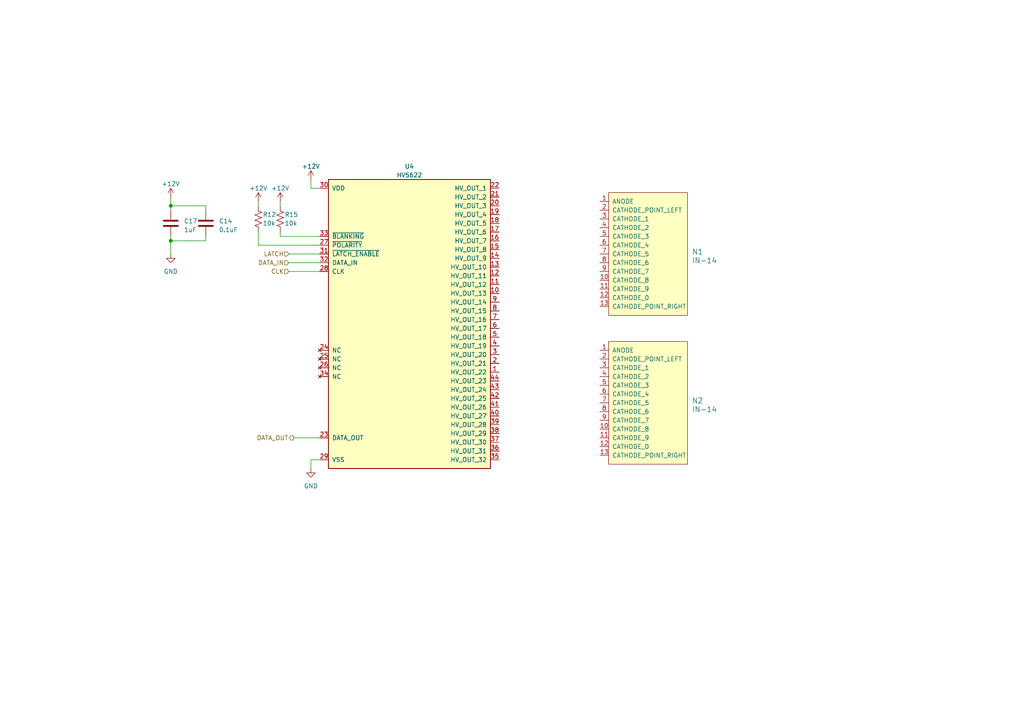
<source format=kicad_sch>
(kicad_sch (version 20230121) (generator eeschema)
  (paper "A4")
  (lib_symbols
    (symbol "Device:C" (pin_numbers hide) (pin_names (offset 0.254))
      (property "Reference" "C" (at 0.635 2.54 0))
      (property "Value" "C" (at 0.635 -2.54 0))
      (symbol "C_0_1"
        (polyline (pts (xy -2.032 -0.762) (xy 2.032 -0.762)) (stroke (width 0.508)))
        (polyline (pts (xy -2.032 0.762) (xy 2.032 0.762)) (stroke (width 0.508)))
      )
      (symbol "C_1_1"
        (pin passive line (at 0 3.81 270) (length 2.794) (name "~") (number "1"))
        (pin passive line (at 0 -3.81 90) (length 2.794) (name "~") (number "2"))
      )
    )
    (symbol "Device:R_US" (pin_numbers hide) (pin_names (offset 0))
      (property "Reference" "R" (at 2.54 0 90))
      (property "Value" "R_US" (at -2.54 0 90))
      (symbol "R_US_0_1"
        (polyline (pts (xy 0 -2.286) (xy 0 -2.54)))
        (polyline (pts (xy 0 2.286) (xy 0 2.54)))
        (polyline (pts (xy 0 -0.762) (xy 1.016 -1.143) (xy 0 -1.524) (xy -1.016 -1.905) (xy 0 -2.286)))
        (polyline (pts (xy 0 0.762) (xy 1.016 0.381) (xy 0 0) (xy -1.016 -0.381) (xy 0 -0.762)))
        (polyline (pts (xy 0 2.286) (xy 1.016 1.905) (xy 0 1.524) (xy -1.016 1.143) (xy 0 0.762)))
      )
      (symbol "R_US_1_1"
        (pin passive line (at 0 3.81 270) (length 1.27) (name "~") (number "1"))
        (pin passive line (at 0 -3.81 90) (length 1.27) (name "~") (number "2"))
      )
    )
    (symbol "nixie_lib:HV5622" (pin_names (offset 1.016))
      (property "Reference" "U" (at -21.59 53.34 0))
      (property "Value" "HV5622" (at -19.05 -34.29 0))
      (symbol "HV5622_0_1"
        (rectangle (start -24.13 52.07) (end 22.86 -31.75) (stroke (width 0.254)) (fill (type background)))
      )
      (symbol "HV5622_1_1"
        (pin open_collector line (at 25.4 -3.81 180) (length 2.54) (name "HV_OUT_22") (number "1"))
        (pin open_collector line (at 25.4 19.05 180) (length 2.54) (name "HV_OUT_13") (number "10"))
        (pin open_collector line (at 25.4 21.59 180) (length 2.54) (name "HV_OUT_12") (number "11"))
        (pin open_collector line (at 25.4 24.13 180) (length 2.54) (name "HV_OUT_11") (number "12"))
        (pin open_collector line (at 25.4 26.67 180) (length 2.54) (name "HV_OUT_10") (number "13"))
        (pin open_collector line (at 25.4 29.21 180) (length 2.54) (name "HV_OUT_9") (number "14"))
        (pin open_collector line (at 25.4 31.75 180) (length 2.54) (name "HV_OUT_8") (number "15"))
        (pin open_collector line (at 25.4 34.29 180) (length 2.54) (name "HV_OUT_7") (number "16"))
        (pin open_collector line (at 25.4 36.83 180) (length 2.54) (name "HV_OUT_6") (number "17"))
        (pin open_collector line (at 25.4 39.37 180) (length 2.54) (name "HV_OUT_5") (number "18"))
        (pin open_collector line (at 25.4 41.91 180) (length 2.54) (name "HV_OUT_4") (number "19"))
        (pin open_collector line (at 25.4 -1.27 180) (length 2.54) (name "HV_OUT_21") (number "2"))
        (pin open_collector line (at 25.4 44.45 180) (length 2.54) (name "HV_OUT_3") (number "20"))
        (pin open_collector line (at 25.4 46.99 180) (length 2.54) (name "HV_OUT_2") (number "21"))
        (pin open_collector line (at 25.4 49.53 180) (length 2.54) (name "HV_OUT_1") (number "22"))
        (pin output line (at -26.67 -22.86 0) (length 2.54) (name "DATA_OUT") (number "23"))
        (pin no_connect line (at -26.67 2.54 0) (length 2.54) (name "NC") (number "24"))
        (pin no_connect line (at -26.67 0 0) (length 2.54) (name "NC") (number "25"))
        (pin no_connect line (at -26.67 -2.54 0) (length 2.54) (name "NC") (number "26"))
        (pin input line (at -26.67 33.02 0) (length 2.54) (name "~{POLARITY}") (number "27"))
        (pin input line (at -26.67 25.4 0) (length 2.54) (name "CLK") (number "28"))
        (pin power_in line (at -26.67 -29.21 0) (length 2.54) (name "VSS") (number "29"))
        (pin open_collector line (at 25.4 1.27 180) (length 2.54) (name "HV_OUT_20") (number "3"))
        (pin power_in line (at -26.67 49.53 0) (length 2.54) (name "VDD") (number "30"))
        (pin input line (at -26.67 30.48 0) (length 2.54) (name "~{LATCH_ENABLE}") (number "31"))
        (pin input line (at -26.67 27.94 0) (length 2.54) (name "DATA_IN") (number "32"))
        (pin input line (at -26.67 35.56 0) (length 2.54) (name "~{BLANKING}") (number "33"))
        (pin no_connect line (at -26.67 -5.08 0) (length 2.54) (name "NC") (number "34"))
        (pin open_collector line (at 25.4 -29.21 180) (length 2.54) (name "HV_OUT_32") (number "35"))
        (pin open_collector line (at 25.4 -26.67 180) (length 2.54) (name "HV_OUT_31") (number "36"))
        (pin open_collector line (at 25.4 -24.13 180) (length 2.54) (name "HV_OUT_30") (number "37"))
        (pin open_collector line (at 25.4 -21.59 180) (length 2.54) (name "HV_OUT_29") (number "38"))
        (pin open_collector line (at 25.4 -19.05 180) (length 2.54) (name "HV_OUT_28") (number "39"))
        (pin open_collector line (at 25.4 3.81 180) (length 2.54) (name "HV_OUT_19") (number "4"))
        (pin open_collector line (at 25.4 -16.51 180) (length 2.54) (name "HV_OUT_27") (number "40"))
        (pin open_collector line (at 25.4 -13.97 180) (length 2.54) (name "HV_OUT_26") (number "41"))
        (pin open_collector line (at 25.4 -11.43 180) (length 2.54) (name "HV_OUT_25") (number "42"))
        (pin open_collector line (at 25.4 -8.89 180) (length 2.54) (name "HV_OUT_24") (number "43"))
        (pin open_collector line (at 25.4 -6.35 180) (length 2.54) (name "HV_OUT_23") (number "44"))
        (pin open_collector line (at 25.4 6.35 180) (length 2.54) (name "HV_OUT_18") (number "5"))
        (pin open_collector line (at 25.4 8.89 180) (length 2.54) (name "HV_OUT_17") (number "6"))
        (pin open_collector line (at 25.4 11.43 180) (length 2.54) (name "HV_OUT_16") (number "7"))
        (pin open_collector line (at 25.4 13.97 180) (length 2.54) (name "HV_OUT_15") (number "8"))
        (pin open_collector line (at 25.4 16.51 180) (length 2.54) (name "HV_OUT_14") (number "9"))
      )
    )
    (symbol "nixie_lib:IN-14" (pin_names (offset 1.016))
      (property "Reference" "N" (at 0 20.32 0))
      (property "Value" "IN-14" (at 0 -20.32 0))
      (symbol "IN-14_0_1"
        (rectangle (start -11.43 17.78) (end 11.43 -17.78) (fill (type background)))
      )
      (symbol "IN-14_1_1"
        (pin input line (at -13.97 15.24 0) (length 2.54) (name "ANODE") (number "1"))
        (pin input line (at -13.97 -7.62 0) (length 2.54) (name "CATHODE_8") (number "10"))
        (pin input line (at -13.97 -10.16 0) (length 2.54) (name "CATHODE_9") (number "11"))
        (pin input line (at -13.97 -12.7 0) (length 2.54) (name "CATHODE_0") (number "12"))
        (pin input line (at -13.97 -15.24 0) (length 2.54) (name "CATHODE_POINT_RIGHT") (number "13"))
        (pin input line (at -13.97 12.7 0) (length 2.54) (name "CATHODE_POINT_LEFT") (number "2"))
        (pin input line (at -13.97 10.16 0) (length 2.54) (name "CATHODE_1") (number "3"))
        (pin input line (at -13.97 7.62 0) (length 2.54) (name "CATHODE_2") (number "4"))
        (pin input line (at -13.97 5.08 0) (length 2.54) (name "CATHODE_3") (number "5"))
        (pin input line (at -13.97 2.54 0) (length 2.54) (name "CATHODE_4") (number "6"))
        (pin input line (at -13.97 0 0) (length 2.54) (name "CATHODE_5") (number "7"))
        (pin input line (at -13.97 -2.54 0) (length 2.54) (name "CATHODE_6") (number "8"))
        (pin input line (at -13.97 -5.08 0) (length 2.54) (name "CATHODE_7") (number "9"))
      )
    )
    (symbol "power:+12V" (power) (pin_names (offset 0))
      (property "Value" "+12V" (at 0 3.556 0))
      (symbol "+12V_0_1"
        (polyline (pts (xy -0.762 1.27) (xy 0 2.54)))
        (polyline (pts (xy 0 0) (xy 0 2.54)))
        (polyline (pts (xy 0 2.54) (xy 0.762 1.27)))
      )
      (symbol "+12V_1_1"
        (pin power_in line (at 0 0 90) (length 0) hide (name "+12V") (number "1"))
      )
    )
    (symbol "power:GND" (power) (pin_names (offset 0))
      (property "Value" "GND" (at 0 -3.81 0))
      (symbol "GND_0_1"
        (polyline (pts (xy 0 0) (xy 0 -1.27) (xy 1.27 -1.27) (xy 0 -2.54) (xy -1.27 -1.27) (xy 0 -1.27)))
      )
      (symbol "GND_1_1"
        (pin power_in line (at 0 0 270) (length 0) hide (name "GND") (number "1"))
      )
    )
  )
  (junction (at 49.53 59.69))
  (junction (at 49.53 69.85))
  (wire (pts (xy 74.93 67.31) (xy 74.93 71.12)))
  (wire (pts (xy 83.82 73.66) (xy 92.71 73.66)))
  (wire (pts (xy 83.82 76.2) (xy 92.71 76.2)))
  (wire (pts (xy 85.09 127) (xy 92.71 127)))
  (wire (pts (xy 59.69 69.85) (xy 49.53 69.85)))
  (wire (pts (xy 90.17 133.35) (xy 92.71 133.35)))
  (wire (pts (xy 49.53 57.15) (xy 49.53 59.69)))
  (wire (pts (xy 74.93 58.42) (xy 74.93 59.69)))
  (wire (pts (xy 49.53 59.69) (xy 59.69 59.69)))
  (wire (pts (xy 49.53 59.69) (xy 49.53 60.96)))
  (wire (pts (xy 83.82 78.74) (xy 92.71 78.74)))
  (wire (pts (xy 90.17 52.07) (xy 90.17 54.61)))
  (wire (pts (xy 90.17 54.61) (xy 92.71 54.61)))
  (wire (pts (xy 74.93 71.12) (xy 92.71 71.12)))
  (wire (pts (xy 59.69 60.96) (xy 59.69 59.69)))
  (wire (pts (xy 90.17 135.89) (xy 90.17 133.35)))
  (wire (pts (xy 81.28 68.58) (xy 92.71 68.58)))
  (wire (pts (xy 59.69 68.58) (xy 59.69 69.85)))
  (wire (pts (xy 49.53 69.85) (xy 49.53 73.66)))
  (wire (pts (xy 81.28 58.42) (xy 81.28 59.69)))
  (wire (pts (xy 49.53 68.58) (xy 49.53 69.85)))
  (wire (pts (xy 81.28 67.31) (xy 81.28 68.58)))
  (hierarchical_label "CLK" (shape input) (at 83.82 78.74 180))
  (hierarchical_label "DATA_IN" (shape input) (at 83.82 76.2 180))
  (hierarchical_label "DATA_OUT" (shape output) (at 85.09 127 180))
  (hierarchical_label "LATCH" (shape input) (at 83.82 73.66 180))
  (symbol (lib_id "power:GND") (at 90.17 135.89 0) (unit 1)
    (property "Reference" "#PWR02" (effects hide))
    (property "Value" "GND" (at 90.17 140.97 0))
    (instances (project "nixie_clock_rev2" (path "" (reference "#PWR02") (unit 1)) (path "" (reference "#PWR03") (unit 1)) (path "" (reference "#PWR020") (unit 1)) (path "" (reference "#PWR022") (unit 1)) (path "" (reference "#PWR024") (unit 1))))
  )
  (symbol (lib_id "Device:C") (at 49.53 64.77 0) (unit 1)
    (property "Reference" "C17" (at 53.34 64.135 0) (effects (justify left)))
    (property "Value" "1uF" (at 53.34 66.675 0) (effects (justify left)))
    (instances (project "nixie_clock_rev2" (path "" (reference "C17") (unit 1)) (path "" (reference "C18") (unit 1)) (path "" (reference "C19") (unit 1))))
  )
  (symbol (lib_id "Device:R_US") (at 74.93 63.5 0) (unit 1)
    (property "Reference" "R12" (at 76.2 62.23 0) (effects (justify left)))
    (property "Value" "10k" (at 76.2 64.77 0) (effects (justify left)))
    (instances (project "nixie_clock_rev2" (path "" (reference "R12") (unit 1)) (path "" (reference "R13") (unit 1)) (path "" (reference "R14") (unit 1))))
  )
  (symbol (lib_id "power:+12V") (at 81.28 58.42 0) (unit 1)
    (property "Reference" "#PWR04" (effects hide))
    (property "Value" "+12V" (at 81.28 54.61 0))
    (instances (project "nixie_clock_rev2" (path "" (reference "#PWR04") (unit 1)) (path "" (reference "#PWR04") (unit 1)) (path "" (reference "#PWR028") (unit 1)) (path "" (reference "#PWR029") (unit 1)) (path "" (reference "#PWR030") (unit 1))))
  )
  (symbol (lib_id "nixie_lib:HV5622") (at 119.38 104.14 0) (unit 1)
    (property "Reference" "U4" (at 118.745 48.26 0))
    (property "Value" "HV5622" (at 118.745 50.8 0))
    (property "Footprint" "nixie_lib:PQFP-44_10x10mm_P0.8mm_Microchip_PG" (effects hide))
    (instances (project "nixie_clock_rev2" (path "" (reference "U4") (unit 1)) (path "" (reference "U4") (unit 1)) (path "" (reference "U5") (unit 1)) (path "" (reference "U6") (unit 1))))
  )
  (symbol (lib_id "nixie_lib:IN-14") (at 187.96 116.84 0) (unit 1)
    (property "Reference" "N2" (at 200.66 116.205 0) (effects (font (size 1.524 1.524)) (justify left)))
    (property "Value" "IN-14" (at 200.66 118.745 0) (effects (font (size 1.524 1.524)) (justify left)))
    (instances (project "nixie_clock_rev2" (path "" (reference "N2") (unit 1)) (path "" (reference "N4") (unit 1)) (path "" (reference "N6") (unit 1))))
  )
  (symbol (lib_id "power:+12V") (at 74.93 58.42 0) (unit 1)
    (property "Reference" "#PWR04" (effects hide))
    (property "Value" "+12V" (at 74.93 54.61 0))
    (instances (project "nixie_clock_rev2" (path "" (reference "#PWR04") (unit 1)) (path "" (reference "#PWR04") (unit 1)) (path "" (reference "#PWR025") (unit 1)) (path "" (reference "#PWR026") (unit 1)) (path "" (reference "#PWR027") (unit 1))))
  )
  (symbol (lib_id "nixie_lib:IN-14") (at 187.96 73.66 0) (unit 1)
    (property "Reference" "N1" (at 200.66 73.025 0) (effects (font (size 1.524 1.524)) (justify left)))
    (property "Value" "IN-14" (at 200.66 75.565 0) (effects (font (size 1.524 1.524)) (justify left)))
    (instances (project "nixie_clock_rev2" (path "" (reference "N1") (unit 1)) (path "" (reference "N3") (unit 1)) (path "" (reference "N5") (unit 1))))
  )
  (symbol (lib_id "power:+12V") (at 49.53 57.15 0) (unit 1)
    (property "Reference" "#PWR04" (effects hide))
    (property "Value" "+12V" (at 49.53 53.34 0))
    (instances (project "nixie_clock_rev2" (path "" (reference "#PWR04") (unit 1)) (path "" (reference "#PWR04") (unit 1)) (path "" (reference "#PWR034") (unit 1)) (path "" (reference "#PWR035") (unit 1)) (path "" (reference "#PWR036") (unit 1))))
  )
  (symbol (lib_id "power:GND") (at 49.53 73.66 0) (unit 1)
    (property "Reference" "#PWR02" (effects hide))
    (property "Value" "GND" (at 49.53 78.74 0))
    (instances (project "nixie_clock_rev2" (path "" (reference "#PWR02") (unit 1)) (path "" (reference "#PWR03") (unit 1)) (path "" (reference "#PWR037") (unit 1)) (path "" (reference "#PWR038") (unit 1)) (path "" (reference "#PWR039") (unit 1))))
  )
  (symbol (lib_id "Device:R_US") (at 81.28 63.5 0) (unit 1)
    (property "Reference" "R15" (at 82.55 62.23 0) (effects (justify left)))
    (property "Value" "10k" (at 82.55 64.77 0) (effects (justify left)))
    (instances (project "nixie_clock_rev2" (path "" (reference "R15") (unit 1)) (path "" (reference "R16") (unit 1)) (path "" (reference "R17") (unit 1))))
  )
  (symbol (lib_id "power:+12V") (at 90.17 52.07 0) (unit 1)
    (property "Reference" "#PWR04" (effects hide))
    (property "Value" "+12V" (at 90.17 48.26 0))
    (instances (project "nixie_clock_rev2" (path "" (reference "#PWR04") (unit 1)) (path "" (reference "#PWR04") (unit 1)) (path "" (reference "#PWR019") (unit 1)) (path "" (reference "#PWR021") (unit 1)) (path "" (reference "#PWR023") (unit 1))))
  )
  (symbol (lib_id "Device:C") (at 59.69 64.77 0) (unit 1)
    (property "Reference" "C14" (at 63.5 64.135 0) (effects (justify left)))
    (property "Value" "0.1uF" (at 63.5 66.675 0) (effects (justify left)))
    (instances (project "nixie_clock_rev2" (path "" (reference "C14") (unit 1)) (path "" (reference "C15") (unit 1)) (path "" (reference "C16") (unit 1))))
  )
)
</source>
